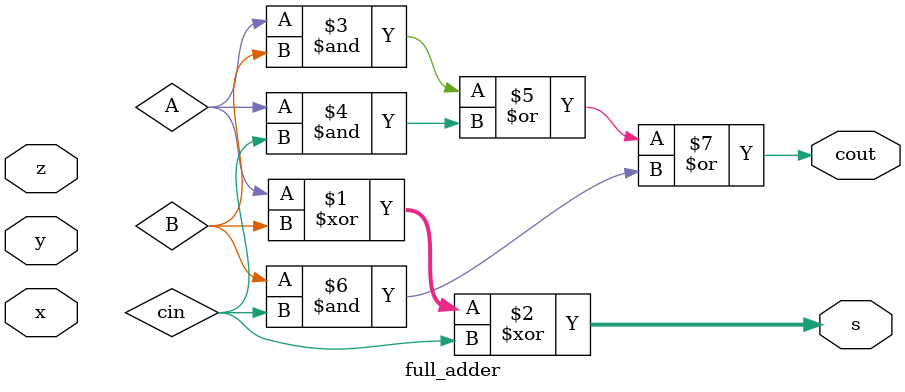
<source format=sv>
module full_adder
(
	input logic [15:0] x, y,
	input logic 		z,
	output logic [15:0] s,
	output logic 		cout
);

    assign s = A ^ B ^ cin; 
    assign cout = (A&B)|(A&cin)|(B&cin); 
     

endmodule   

</source>
